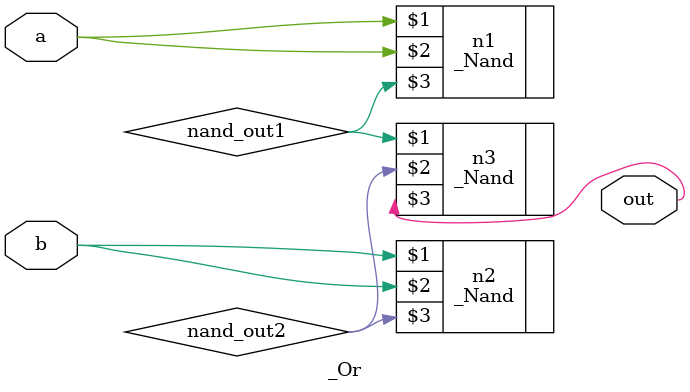
<source format=v>
module _Or(
    input a, b,
    output out
);
    wire nand_out1, nand_out2;
    _Nand n1(a, a, nand_out1);
    _Nand n2(b, b, nand_out2);
    _Nand n3(nand_out1, nand_out2, out);
endmodule
</source>
